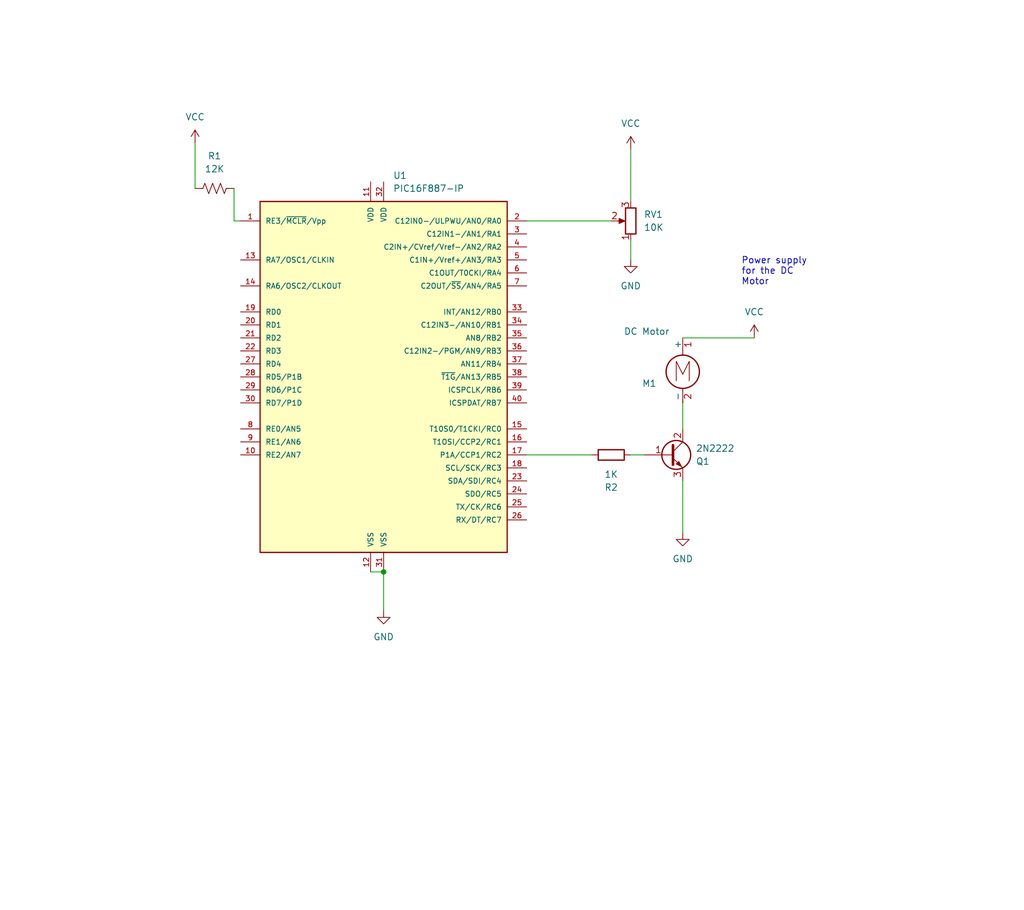
<source format=kicad_sch>
(kicad_sch (version 20230121) (generator eeschema)
  (paper "User" 200 177.8)
  (title_block (title "Cooler Speed Controll with PIC16877 (PDW and ADC)") (company "Ricardo Lima Caratti"))
  (lib_symbols
    (symbol "Device:Q_NPN_BCE" (pin_names (offset 0) hide)
      (property "Reference" "Q" (at 5.08 1.27 0))
      (property "Value" "Q_NPN_BCE" (at 5.08 -1.27 0))
      (symbol "Q_NPN_BCE_0_1"
        (polyline (pts (xy 0.635 0.635) (xy 2.54 2.54)))
        (polyline (pts (xy 0.635 -0.635) (xy 2.54 -2.54) (xy 2.54 -2.54)))
        (polyline (pts (xy 0.635 1.905) (xy 0.635 -1.905) (xy 0.635 -1.905)) (stroke (width 0.508)))
        (polyline (pts (xy 1.27 -1.778) (xy 1.778 -1.27) (xy 2.286 -2.286) (xy 1.27 -1.778) (xy 1.27 -1.778)) (fill (type outline)))
        (circle (center 1.27 0) (radius 2.8194) (stroke (width 0.254)))
      )
      (symbol "Q_NPN_BCE_1_1"
        (pin input line (at -5.08 0 0) (length 5.715) (name "B") (number "1"))
        (pin passive line (at 2.54 5.08 270) (length 2.54) (name "C") (number "2"))
        (pin passive line (at 2.54 -5.08 90) (length 2.54) (name "E") (number "3"))
      )
    )
    (symbol "Device:R" (pin_numbers hide) (pin_names (offset 0))
      (property "Reference" "R" (at 2.032 0 90))
      (property "Value" "R" (at 0 0 90))
      (symbol "R_0_1"
        (rectangle (start -1.016 -2.54) (end 1.016 2.54) (stroke (width 0.254)))
      )
      (symbol "R_1_1"
        (pin passive line (at 0 3.81 270) (length 1.27) (name "~") (number "1"))
        (pin passive line (at 0 -3.81 90) (length 1.27) (name "~") (number "2"))
      )
    )
    (symbol "Device:R_Potentiometer" (pin_names (offset 1.016) hide)
      (property "Reference" "RV" (at -4.445 0 90))
      (property "Value" "R_Potentiometer" (at -2.54 0 90))
      (symbol "R_Potentiometer_0_1"
        (polyline (pts (xy 2.54 0) (xy 1.524 0)))
        (polyline (pts (xy 1.143 0) (xy 2.286 0.508) (xy 2.286 -0.508) (xy 1.143 0)) (fill (type outline)))
        (rectangle (start 1.016 2.54) (end -1.016 -2.54) (stroke (width 0.254)))
      )
      (symbol "R_Potentiometer_1_1"
        (pin passive line (at 0 3.81 270) (length 1.27) (name "1") (number "1"))
        (pin passive line (at 3.81 0 180) (length 1.27) (name "2") (number "2"))
        (pin passive line (at 0 -3.81 90) (length 1.27) (name "3") (number "3"))
      )
    )
    (symbol "Device:R_US" (pin_numbers hide) (pin_names (offset 0))
      (property "Reference" "R" (at 2.54 0 90))
      (property "Value" "R_US" (at -2.54 0 90))
      (symbol "R_US_0_1"
        (polyline (pts (xy 0 -2.286) (xy 0 -2.54)))
        (polyline (pts (xy 0 2.286) (xy 0 2.54)))
        (polyline (pts (xy 0 -0.762) (xy 1.016 -1.143) (xy 0 -1.524) (xy -1.016 -1.905) (xy 0 -2.286)))
        (polyline (pts (xy 0 0.762) (xy 1.016 0.381) (xy 0 0) (xy -1.016 -0.381) (xy 0 -0.762)))
        (polyline (pts (xy 0 2.286) (xy 1.016 1.905) (xy 0 1.524) (xy -1.016 1.143) (xy 0 0.762)))
      )
      (symbol "R_US_1_1"
        (pin passive line (at 0 3.81 270) (length 1.27) (name "~") (number "1"))
        (pin passive line (at 0 -3.81 90) (length 1.27) (name "~") (number "2"))
      )
    )
    (symbol "MCU_Microchip_PIC16:PIC16F887-IP" (pin_names (offset 1.016))
      (property "Reference" "U" (at 6.35 38.1 0))
      (property "Value" "PIC16F887-IP" (at 6.35 35.56 0))
      (symbol "PIC16F887-IP_0_1"
        (rectangle (start -24.13 -34.29) (end 24.13 34.29) (stroke (width 0.254)) (fill (type background)))
      )
      (symbol "PIC16F887-IP_1_1"
        (pin input line (at -27.94 30.48 0) (length 3.81) (name "RE3/~{MCLR}/Vpp") (number "1"))
        (pin bidirectional line (at -27.94 -15.24 0) (length 3.81) (name "RE2/AN7") (number "10"))
        (pin power_in line (at -2.54 38.1 270) (length 3.81) (name "VDD") (number "11"))
        (pin power_in line (at -2.54 -38.1 90) (length 3.81) (name "VSS") (number "12"))
        (pin bidirectional line (at -27.94 22.86 0) (length 3.81) (name "RA7/OSC1/CLKIN") (number "13"))
        (pin bidirectional line (at -27.94 17.78 0) (length 3.81) (name "RA6/OSC2/CLKOUT") (number "14"))
        (pin bidirectional line (at 27.94 -10.16 180) (length 3.81) (name "T10S0/T1CKI/RC0") (number "15"))
        (pin bidirectional line (at 27.94 -12.7 180) (length 3.81) (name "T1OSI/CCP2/RC1") (number "16"))
        (pin bidirectional line (at 27.94 -15.24 180) (length 3.81) (name "P1A/CCP1/RC2") (number "17"))
        (pin bidirectional line (at 27.94 -17.78 180) (length 3.81) (name "SCL/SCK/RC3") (number "18"))
        (pin bidirectional line (at -27.94 12.7 0) (length 3.81) (name "RD0") (number "19"))
        (pin bidirectional line (at 27.94 30.48 180) (length 3.81) (name "C12IN0-/ULPWU/AN0/RA0") (number "2"))
        (pin bidirectional line (at -27.94 10.16 0) (length 3.81) (name "RD1") (number "20"))
        (pin bidirectional line (at -27.94 7.62 0) (length 3.81) (name "RD2") (number "21"))
        (pin bidirectional line (at -27.94 5.08 0) (length 3.81) (name "RD3") (number "22"))
        (pin bidirectional line (at 27.94 -20.32 180) (length 3.81) (name "SDA/SDI/RC4") (number "23"))
        (pin bidirectional line (at 27.94 -22.86 180) (length 3.81) (name "SDO/RC5") (number "24"))
        (pin bidirectional line (at 27.94 -25.4 180) (length 3.81) (name "TX/CK/RC6") (number "25"))
        (pin bidirectional line (at 27.94 -27.94 180) (length 3.81) (name "RX/DT/RC7") (number "26"))
        (pin bidirectional line (at -27.94 2.54 0) (length 3.81) (name "RD4") (number "27"))
        (pin bidirectional line (at -27.94 0 0) (length 3.81) (name "RD5/P1B") (number "28"))
        (pin bidirectional line (at -27.94 -2.54 0) (length 3.81) (name "RD6/P1C") (number "29"))
        (pin bidirectional line (at 27.94 27.94 180) (length 3.81) (name "C12IN1-/AN1/RA1") (number "3"))
        (pin bidirectional line (at -27.94 -5.08 0) (length 3.81) (name "RD7/P1D") (number "30"))
        (pin power_in line (at 0 -38.1 90) (length 3.81) (name "VSS") (number "31"))
        (pin power_in line (at 0 38.1 270) (length 3.81) (name "VDD") (number "32"))
        (pin bidirectional line (at 27.94 12.7 180) (length 3.81) (name "INT/AN12/RB0") (number "33"))
        (pin bidirectional line (at 27.94 10.16 180) (length 3.81) (name "C12IN3-/AN10/RB1") (number "34"))
        (pin bidirectional line (at 27.94 7.62 180) (length 3.81) (name "AN8/RB2") (number "35"))
        (pin bidirectional line (at 27.94 5.08 180) (length 3.81) (name "C12IN2-/PGM/AN9/RB3") (number "36"))
        (pin bidirectional line (at 27.94 2.54 180) (length 3.81) (name "AN11/RB4") (number "37"))
        (pin bidirectional line (at 27.94 0 180) (length 3.81) (name "~{T1G}/AN13/RB5") (number "38"))
        (pin bidirectional line (at 27.94 -2.54 180) (length 3.81) (name "ICSPCLK/RB6") (number "39"))
        (pin bidirectional line (at 27.94 25.4 180) (length 3.81) (name "C2IN+/CVref/Vref-/AN2/RA2") (number "4"))
        (pin bidirectional line (at 27.94 -5.08 180) (length 3.81) (name "ICSPDAT/RB7") (number "40"))
        (pin bidirectional line (at 27.94 22.86 180) (length 3.81) (name "C1IN+/Vref+/AN3/RA3") (number "5"))
        (pin bidirectional line (at 27.94 20.32 180) (length 3.81) (name "C1OUT/T0CKI/RA4") (number "6"))
        (pin bidirectional line (at 27.94 17.78 180) (length 3.81) (name "C2OUT/~{SS}/AN4/RA5") (number "7"))
        (pin bidirectional line (at -27.94 -10.16 0) (length 3.81) (name "RE0/AN5") (number "8"))
        (pin bidirectional line (at -27.94 -12.7 0) (length 3.81) (name "RE1/AN6") (number "9"))
      )
    )
    (symbol "Motor:Motor_DC" (pin_names (offset 0))
      (property "Reference" "M" (at 2.54 2.54 0))
      (property "Value" "Motor_DC" (at 2.54 -5.08 0))
      (symbol "Motor_DC_0_0"
        (polyline (pts (xy -1.27 -3.302) (xy -1.27 0.508) (xy 0 -2.032) (xy 1.27 0.508) (xy 1.27 -3.302)))
      )
      (symbol "Motor_DC_0_1"
        (circle (center 0 -1.524) (radius 3.2512) (stroke (width 0.254)))
        (polyline (pts (xy 0 -7.62) (xy 0 -7.112)))
        (polyline (pts (xy 0 -4.7752) (xy 0 -5.1816)))
        (polyline (pts (xy 0 1.7272) (xy 0 2.0828)))
        (polyline (pts (xy 0 2.032) (xy 0 2.54)))
      )
      (symbol "Motor_DC_1_1"
        (pin passive line (at 0 5.08 270) (length 2.54) (name "+") (number "1"))
        (pin passive line (at 0 -7.62 90) (length 2.54) (name "-") (number "2"))
      )
    )
    (symbol "power:GND" (power) (pin_names (offset 0))
      (property "Value" "GND" (at 0 -3.81 0))
      (symbol "GND_0_1"
        (polyline (pts (xy 0 0) (xy 0 -1.27) (xy 1.27 -1.27) (xy 0 -2.54) (xy -1.27 -1.27) (xy 0 -1.27)))
      )
      (symbol "GND_1_1"
        (pin power_in line (at 0 0 270) (length 0) hide (name "GND") (number "1"))
      )
    )
    (symbol "power:VCC" (power) (pin_names (offset 0))
      (property "Value" "VCC" (at 0 3.81 0))
      (symbol "VCC_0_1"
        (polyline (pts (xy -0.762 1.27) (xy 0 2.54)))
        (polyline (pts (xy 0 0) (xy 0 2.54)))
        (polyline (pts (xy 0 2.54) (xy 0.762 1.27)))
      )
      (symbol "VCC_1_1"
        (pin power_in line (at 0 0 90) (length 0) hide (name "VCC") (number "1"))
      )
    )
  )
  (junction (at 74.93 111.76))
  (wire (pts (xy 38.1 27.94) (xy 38.1 36.83)))
  (wire (pts (xy 133.35 78.74) (xy 133.35 83.82)))
  (wire (pts (xy 102.87 88.9) (xy 115.57 88.9)))
  (wire (pts (xy 133.35 66.04) (xy 147.32 66.04)))
  (wire (pts (xy 133.35 93.98) (xy 133.35 104.14)))
  (wire (pts (xy 74.93 111.76) (xy 74.93 119.38)))
  (wire (pts (xy 125.73 88.9) (xy 123.19 88.9)))
  (wire (pts (xy 102.87 43.18) (xy 119.38 43.18)))
  (wire (pts (xy 72.39 111.76) (xy 74.93 111.76)))
  (wire (pts (xy 45.72 36.83) (xy 45.72 43.18)))
  (wire (pts (xy 123.19 29.21) (xy 123.19 39.37)))
  (wire (pts (xy 45.72 43.18) (xy 46.99 43.18)))
  (wire (pts (xy 123.19 46.99) (xy 123.19 50.8)))
  (text "Power supply\nfor the DC \nMotor" (at 144.78 55.88 0) (effects (font (size 1.27 1.27)) (justify left bottom)))
  (symbol (lib_id "power:VCC") (at 147.32 66.04 0) (unit 1)
    (property "Reference" "#12V02" (effects hide))
    (property "Value" "VCC" (at 147.32 60.96 0))
  )
  (symbol (lib_id "power:VCC") (at 123.19 29.21 0) (unit 1)
    (property "Reference" "#12V03" (effects hide))
    (property "Value" "VCC" (at 123.19 24.13 0))
  )
  (symbol (lib_id "Device:R_US") (at 41.91 36.83 90) (unit 1)
    (property "Reference" "R1" (at 41.91 30.48 90))
    (property "Value" "12K" (at 41.91 33.02 90))
  )
  (symbol (lib_id "power:GND") (at 123.19 50.8 0) (unit 1)
    (property "Reference" "#PWR01" (effects hide))
    (property "Value" "GND" (at 123.19 55.88 0))
  )
  (symbol (lib_id "Device:Q_NPN_BCE") (at 130.81 88.9 0) (unit 1)
    (property "Reference" "Q1" (at 135.89 90.17 0) (effects (justify left)))
    (property "Value" "2N2222" (at 135.89 87.63 0) (effects (justify left)))
  )
  (symbol (lib_id "MCU_Microchip_PIC16:PIC16F887-IP") (at 74.93 73.66 0) (unit 1)
    (property "Reference" "U1" (at 76.7589 34.29 0) (effects (justify left)))
    (property "Value" "PIC16F887-IP" (at 76.7589 36.83 0) (effects (justify left)))
    (property "Datasheet" "http://ww1.microchip.com/downloads/en/DeviceDoc/41291D.pdf" (effects hide))
  )
  (symbol (lib_id "power:GND") (at 74.93 119.38 0) (unit 1)
    (property "Reference" "#PWR03" (effects hide))
    (property "Value" "GND" (at 74.93 124.46 0))
  )
  (symbol (lib_id "Motor:Motor_DC") (at 133.35 71.12 0) (unit 1)
    (property "Reference" "M1" (at 128.27 74.93 0) (effects (justify right)))
    (property "Value" "DC Motor" (at 130.81 64.77 0) (effects (justify right)))
  )
  (symbol (lib_id "Device:R") (at 119.38 88.9 90) (unit 1)
    (property "Reference" "R2" (at 119.38 95.25 90))
    (property "Value" "1K" (at 119.38 92.71 90))
  )
  (symbol (lib_id "power:GND") (at 133.35 104.14 0) (unit 1)
    (property "Reference" "#PWR02" (effects hide))
    (property "Value" "GND" (at 133.35 109.22 0))
  )
  (symbol (lib_id "power:VCC") (at 38.1 27.94 0) (unit 1)
    (property "Reference" "#12V01" (effects hide))
    (property "Value" "VCC" (at 38.1 22.86 0))
  )
  (symbol (lib_id "Device:R_Potentiometer") (at 123.19 43.18 180) (unit 1)
    (property "Reference" "RV1" (at 125.73 41.91 0) (effects (justify right)))
    (property "Value" "10K" (at 125.73 44.45 0) (effects (justify right)))
  )
)
</source>
